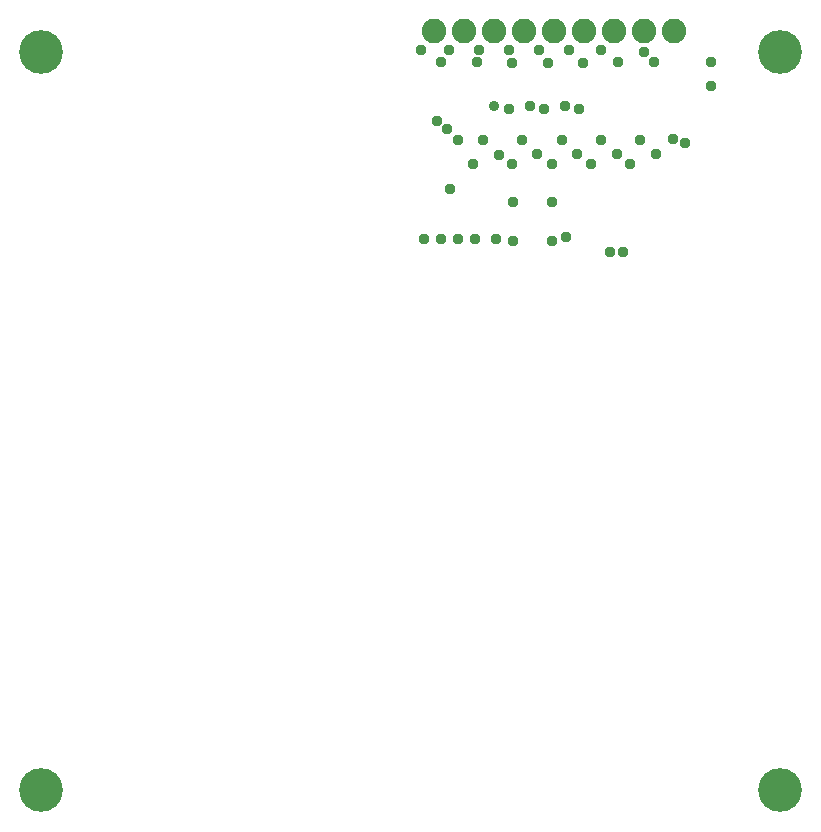
<source format=gbr>
G04 EAGLE Gerber RS-274X export*
G75*
%MOMM*%
%FSLAX34Y34*%
%LPD*%
%INSoldermask Bottom*%
%IPPOS*%
%AMOC8*
5,1,8,0,0,1.08239X$1,22.5*%
G01*
%ADD10C,3.703200*%
%ADD11C,2.082800*%
%ADD12C,0.953200*%
%ADD13C,0.903200*%


D10*
X37500Y662500D03*
X662500Y662500D03*
X37500Y37500D03*
X662500Y37500D03*
D11*
X370000Y680000D03*
X395400Y680000D03*
X420800Y680000D03*
X446200Y680000D03*
X471600Y680000D03*
X497000Y680000D03*
X522400Y680000D03*
X547800Y680000D03*
X573200Y680000D03*
D12*
X548000Y663000D03*
X511000Y664000D03*
X484500Y664000D03*
X458500Y664000D03*
X433500Y664000D03*
X408000Y664000D03*
X383000Y664000D03*
X359000Y664000D03*
X503000Y567500D03*
X536000Y567500D03*
X402500Y567500D03*
X436000Y567500D03*
X469500Y567500D03*
X529500Y493500D03*
X463000Y614500D03*
X493000Y614500D03*
X433000Y614500D03*
X436500Y502500D03*
X469500Y502500D03*
X469500Y535500D03*
X436500Y535500D03*
X390500Y504500D03*
X375500Y504500D03*
X582000Y585500D03*
X383500Y546500D03*
X451000Y616500D03*
X380500Y597500D03*
X496000Y653000D03*
X466000Y653500D03*
X436000Y653000D03*
X604500Y634000D03*
X406000Y654500D03*
X526000Y654500D03*
X604000Y654500D03*
X376000Y654500D03*
X556000Y654500D03*
X511500Y588500D03*
X544000Y588500D03*
X411000Y588500D03*
X444500Y588500D03*
X478000Y588500D03*
X482000Y506000D03*
X405000Y504500D03*
X361000Y504500D03*
X572000Y589000D03*
X524500Y576000D03*
X557500Y576000D03*
X425000Y575500D03*
X457500Y576000D03*
X491000Y576000D03*
X519000Y493500D03*
X422500Y504500D03*
D13*
X420500Y617000D03*
D12*
X372500Y604500D03*
X480500Y616500D03*
X390000Y588500D03*
M02*

</source>
